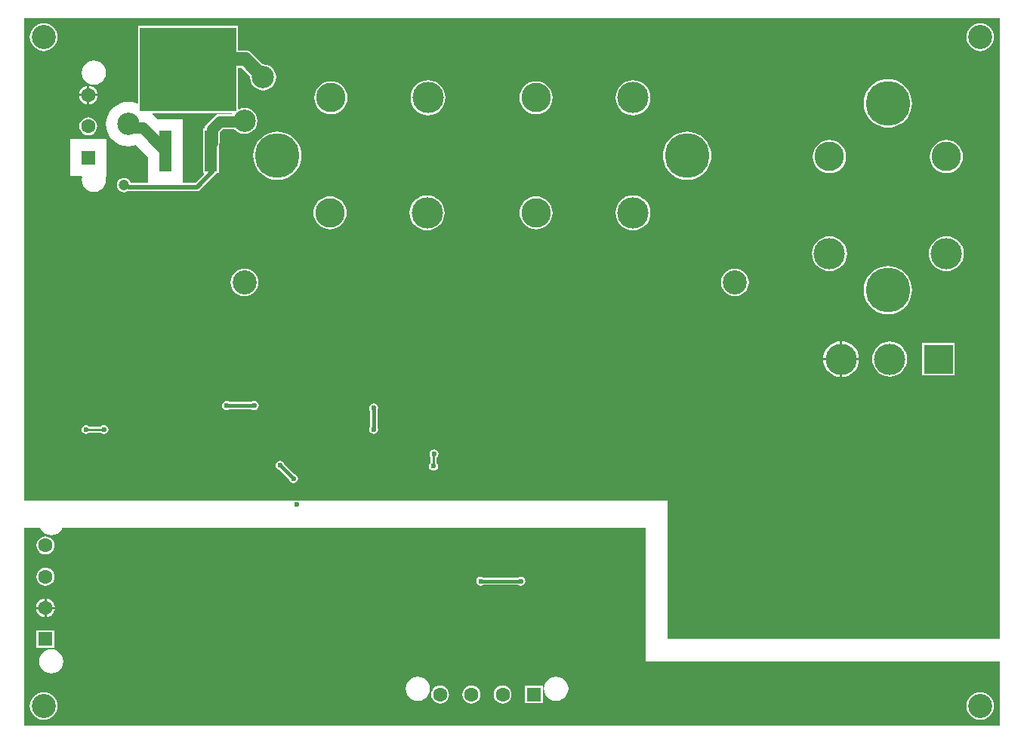
<source format=gbl>
G04*
G04 #@! TF.GenerationSoftware,Altium Limited,Altium Designer,18.0.9 (584)*
G04*
G04 Layer_Physical_Order=2*
G04 Layer_Color=16711680*
%FSLAX25Y25*%
%MOIN*%
G70*
G01*
G75*
%ADD11C,0.01000*%
%ADD39R,0.42520X0.37008*%
%ADD40R,0.05315X0.18110*%
%ADD91C,0.01500*%
%ADD93C,0.02000*%
%ADD94C,0.05000*%
%ADD95C,0.06000*%
%ADD96C,0.10630*%
%ADD97C,0.13780*%
%ADD98R,0.12992X0.12992*%
%ADD99R,0.06299X0.06299*%
%ADD100C,0.06299*%
%ADD101C,0.12992*%
%ADD102C,0.19685*%
%ADD103R,0.06299X0.06299*%
%ADD104C,0.02362*%
%ADD105C,0.09843*%
%ADD106C,0.04724*%
G36*
X431758Y39370D02*
X285191Y39370D01*
X285191Y100438D01*
X1313Y100438D01*
Y313648D01*
X431758D01*
X431758Y39370D01*
D02*
G37*
G36*
X8173Y88583D02*
X8468Y87871D01*
X9320Y86760D01*
X10430Y85909D01*
X11723Y85373D01*
X13110Y85190D01*
X14498Y85373D01*
X15791Y85909D01*
X16901Y86760D01*
X17753Y87871D01*
X18048Y88583D01*
X275590Y88583D01*
X275590Y29528D01*
X431758Y29528D01*
Y1313D01*
X1344D01*
Y39370D01*
X1313Y39528D01*
Y88583D01*
X8173D01*
D02*
G37*
%LPC*%
G36*
X423228Y311250D02*
X422032Y311132D01*
X420882Y310783D01*
X419822Y310217D01*
X418892Y309454D01*
X418130Y308525D01*
X417563Y307465D01*
X417214Y306314D01*
X417097Y305118D01*
X417214Y303922D01*
X417563Y302771D01*
X418130Y301711D01*
X418892Y300782D01*
X419822Y300020D01*
X420882Y299453D01*
X422032Y299104D01*
X423228Y298986D01*
X424425Y299104D01*
X425575Y299453D01*
X426635Y300020D01*
X427564Y300782D01*
X428327Y301711D01*
X428894Y302771D01*
X429242Y303922D01*
X429360Y305118D01*
X429242Y306314D01*
X428894Y307465D01*
X428327Y308525D01*
X427564Y309454D01*
X426635Y310217D01*
X425575Y310783D01*
X424425Y311132D01*
X423228Y311250D01*
D02*
G37*
G36*
X9843D02*
X8646Y311132D01*
X7496Y310783D01*
X6436Y310217D01*
X5507Y309454D01*
X4744Y308525D01*
X4177Y307465D01*
X3828Y306314D01*
X3711Y305118D01*
X3828Y303922D01*
X4177Y302771D01*
X4744Y301711D01*
X5507Y300782D01*
X6436Y300020D01*
X7496Y299453D01*
X8646Y299104D01*
X9843Y298986D01*
X11039Y299104D01*
X12189Y299453D01*
X13249Y300020D01*
X14178Y300782D01*
X14941Y301711D01*
X15508Y302771D01*
X15857Y303922D01*
X15974Y305118D01*
X15857Y306314D01*
X15508Y307465D01*
X14941Y308525D01*
X14178Y309454D01*
X13249Y310217D01*
X12189Y310783D01*
X11039Y311132D01*
X9843Y311250D01*
D02*
G37*
G36*
X32008Y294731D02*
X30620Y294548D01*
X29327Y294013D01*
X28217Y293161D01*
X27365Y292051D01*
X26830Y290757D01*
X26647Y289370D01*
X26830Y287983D01*
X27365Y286690D01*
X28217Y285579D01*
X29327Y284728D01*
X30620Y284192D01*
X32008Y284009D01*
X33395Y284192D01*
X34688Y284728D01*
X35798Y285579D01*
X36650Y286690D01*
X37186Y287983D01*
X37369Y289370D01*
X37186Y290757D01*
X36650Y292051D01*
X35798Y293161D01*
X34688Y294013D01*
X33395Y294548D01*
X32008Y294731D01*
D02*
G37*
G36*
X95669Y310236D02*
X51575D01*
Y276064D01*
X51146Y275807D01*
X51029Y275870D01*
X49174Y276432D01*
X47244Y276622D01*
X45315Y276432D01*
X43459Y275870D01*
X41749Y274956D01*
X40251Y273726D01*
X39021Y272227D01*
X38107Y270517D01*
X37544Y268662D01*
X37354Y266732D01*
X37544Y264803D01*
X38107Y262948D01*
X39021Y261238D01*
X40251Y259739D01*
X41749Y258509D01*
X43459Y257595D01*
X45315Y257032D01*
X47244Y256842D01*
X49174Y257032D01*
X50548Y257449D01*
X56043Y251954D01*
Y240945D01*
X55604Y240799D01*
X48256D01*
X48027Y241352D01*
X47522Y242010D01*
X46864Y242515D01*
X46098Y242832D01*
X45276Y242940D01*
X44453Y242832D01*
X43687Y242515D01*
X43029Y242010D01*
X42524Y241352D01*
X42207Y240586D01*
X42099Y239763D01*
X42207Y238941D01*
X42524Y238175D01*
X43029Y237517D01*
X43687Y237012D01*
X44453Y236695D01*
X45276Y236587D01*
X46098Y236695D01*
X46864Y237012D01*
X47089Y237185D01*
X47244Y237154D01*
X47244Y237154D01*
X77559D01*
X77559Y237154D01*
X78256Y237293D01*
X78848Y237688D01*
X85934Y244774D01*
X86138Y245079D01*
X87067D01*
Y256860D01*
X87376Y257606D01*
X87489Y258465D01*
X87489Y263115D01*
X88873Y264499D01*
X93996Y264499D01*
X94000Y264500D01*
X94354Y264039D01*
X95546Y263124D01*
X96935Y262548D01*
X98425Y262352D01*
X99915Y262548D01*
X101304Y263124D01*
X102497Y264039D01*
X103412Y265231D01*
X103987Y266620D01*
X104183Y268110D01*
X103987Y269601D01*
X103412Y270989D01*
X102497Y272182D01*
X101304Y273097D01*
X99915Y273672D01*
X98425Y273868D01*
X96935Y273672D01*
X96085Y273320D01*
X95669Y273598D01*
Y291541D01*
X97151D01*
X100976Y287716D01*
X100935Y287402D01*
X101131Y285911D01*
X101706Y284523D01*
X102621Y283330D01*
X103814Y282415D01*
X105203Y281840D01*
X106693Y281644D01*
X108183Y281840D01*
X109572Y282415D01*
X110764Y283330D01*
X111679Y284523D01*
X112255Y285911D01*
X112451Y287402D01*
X112255Y288892D01*
X111679Y290281D01*
X110764Y291473D01*
X109572Y292388D01*
X108183Y292963D01*
X106693Y293160D01*
X106379Y293118D01*
X101435Y298062D01*
X100643Y298670D01*
X99722Y299051D01*
X99228Y299116D01*
X98733Y299181D01*
X95669D01*
Y310236D01*
D02*
G37*
G36*
X30028Y283647D02*
Y280028D01*
X33647D01*
X33570Y280611D01*
X33152Y281620D01*
X32487Y282487D01*
X31620Y283152D01*
X30611Y283570D01*
X30028Y283647D01*
D02*
G37*
G36*
X29028Y283647D02*
X28444Y283570D01*
X27435Y283152D01*
X26568Y282487D01*
X25903Y281620D01*
X25485Y280611D01*
X25408Y280028D01*
X29028D01*
Y283647D01*
D02*
G37*
G36*
Y279028D02*
X25408D01*
X25485Y278444D01*
X25903Y277435D01*
X26568Y276568D01*
X27435Y275903D01*
X28444Y275485D01*
X29028Y275408D01*
Y279028D01*
D02*
G37*
G36*
X33647D02*
X30028D01*
Y275408D01*
X30611Y275485D01*
X31620Y275903D01*
X32487Y276568D01*
X33152Y277435D01*
X33570Y278444D01*
X33647Y279028D01*
D02*
G37*
G36*
X227165Y285665D02*
X225738Y285525D01*
X224365Y285108D01*
X223099Y284432D01*
X221990Y283522D01*
X221080Y282413D01*
X220404Y281147D01*
X219987Y279774D01*
X219847Y278346D01*
X219987Y276919D01*
X220404Y275546D01*
X221080Y274280D01*
X221990Y273171D01*
X223099Y272261D01*
X224365Y271585D01*
X225738Y271168D01*
X227165Y271028D01*
X228593Y271168D01*
X229966Y271585D01*
X231231Y272261D01*
X232341Y273171D01*
X233251Y274280D01*
X233927Y275546D01*
X234343Y276919D01*
X234484Y278346D01*
X234343Y279774D01*
X233927Y281147D01*
X233251Y282413D01*
X232341Y283522D01*
X231231Y284432D01*
X229966Y285108D01*
X228593Y285525D01*
X227165Y285665D01*
D02*
G37*
G36*
X136614D02*
X135186Y285525D01*
X133813Y285108D01*
X132548Y284432D01*
X131439Y283522D01*
X130529Y282413D01*
X129853Y281147D01*
X129436Y279774D01*
X129296Y278346D01*
X129436Y276919D01*
X129853Y275546D01*
X130529Y274280D01*
X131439Y273171D01*
X132548Y272261D01*
X133813Y271585D01*
X135186Y271168D01*
X136614Y271028D01*
X138042Y271168D01*
X139415Y271585D01*
X140680Y272261D01*
X141789Y273171D01*
X142700Y274280D01*
X143376Y275546D01*
X143792Y276919D01*
X143933Y278346D01*
X143792Y279774D01*
X143376Y281147D01*
X142700Y282413D01*
X141789Y283522D01*
X140680Y284432D01*
X139415Y285108D01*
X138042Y285525D01*
X136614Y285665D01*
D02*
G37*
G36*
X270000Y286061D02*
X268495Y285912D01*
X267048Y285473D01*
X265714Y284761D01*
X264545Y283801D01*
X263586Y282632D01*
X262873Y281299D01*
X262434Y279852D01*
X262286Y278346D01*
X262434Y276841D01*
X262873Y275394D01*
X263586Y274061D01*
X264545Y272892D01*
X265714Y271932D01*
X267048Y271219D01*
X268495Y270780D01*
X270000Y270632D01*
X271505Y270780D01*
X272952Y271219D01*
X274286Y271932D01*
X275455Y272892D01*
X276414Y274061D01*
X277127Y275394D01*
X277566Y276841D01*
X277714Y278346D01*
X277566Y279852D01*
X277127Y281299D01*
X276414Y282632D01*
X275455Y283801D01*
X274286Y284761D01*
X272952Y285473D01*
X271505Y285912D01*
X270000Y286061D01*
D02*
G37*
G36*
X179449D02*
X177944Y285912D01*
X176497Y285473D01*
X175163Y284761D01*
X173994Y283801D01*
X173035Y282632D01*
X172322Y281299D01*
X171883Y279852D01*
X171734Y278346D01*
X171883Y276841D01*
X172322Y275394D01*
X173035Y274061D01*
X173994Y272892D01*
X175163Y271932D01*
X176497Y271219D01*
X177944Y270780D01*
X179449Y270632D01*
X180954Y270780D01*
X182401Y271219D01*
X183735Y271932D01*
X184904Y272892D01*
X185863Y274061D01*
X186576Y275394D01*
X187015Y276841D01*
X187163Y278346D01*
X187015Y279852D01*
X186576Y281299D01*
X185863Y282632D01*
X184904Y283801D01*
X183735Y284761D01*
X182401Y285473D01*
X180954Y285912D01*
X179449Y286061D01*
D02*
G37*
G36*
X382480Y286529D02*
X380812Y286398D01*
X379185Y286007D01*
X377640Y285367D01*
X376213Y284492D01*
X374941Y283406D01*
X373854Y282134D01*
X372980Y280707D01*
X372339Y279161D01*
X371949Y277534D01*
X371817Y275866D01*
X371949Y274198D01*
X372339Y272571D01*
X372980Y271025D01*
X373854Y269599D01*
X374941Y268326D01*
X376213Y267240D01*
X377640Y266366D01*
X379185Y265725D01*
X380812Y265335D01*
X382480Y265203D01*
X384148Y265335D01*
X385775Y265725D01*
X387321Y266366D01*
X388748Y267240D01*
X390020Y268326D01*
X391107Y269599D01*
X391981Y271025D01*
X392621Y272571D01*
X393012Y274198D01*
X393143Y275866D01*
X393012Y277534D01*
X392621Y279161D01*
X391981Y280707D01*
X391107Y282134D01*
X390020Y283406D01*
X388748Y284492D01*
X387321Y285367D01*
X385775Y286007D01*
X384148Y286398D01*
X382480Y286529D01*
D02*
G37*
G36*
X29528Y269719D02*
X28500Y269584D01*
X27542Y269187D01*
X26720Y268556D01*
X26089Y267734D01*
X25692Y266776D01*
X25557Y265748D01*
X25692Y264720D01*
X26089Y263763D01*
X26720Y262940D01*
X27542Y262309D01*
X28500Y261912D01*
X29528Y261777D01*
X30555Y261912D01*
X31513Y262309D01*
X32335Y262940D01*
X32967Y263763D01*
X33363Y264720D01*
X33498Y265748D01*
X33363Y266776D01*
X32967Y267734D01*
X32335Y268556D01*
X31513Y269187D01*
X30555Y269584D01*
X29528Y269719D01*
D02*
G37*
G36*
X408268Y259681D02*
X406840Y259540D01*
X405467Y259124D01*
X404202Y258448D01*
X403093Y257537D01*
X402182Y256428D01*
X401506Y255163D01*
X401090Y253790D01*
X400949Y252362D01*
X401090Y250934D01*
X401506Y249562D01*
X402182Y248296D01*
X403093Y247187D01*
X404202Y246277D01*
X405467Y245601D01*
X406840Y245184D01*
X408268Y245043D01*
X409695Y245184D01*
X411068Y245601D01*
X412334Y246277D01*
X413443Y247187D01*
X414353Y248296D01*
X415029Y249562D01*
X415446Y250934D01*
X415586Y252362D01*
X415446Y253790D01*
X415029Y255163D01*
X414353Y256428D01*
X413443Y257537D01*
X412334Y258448D01*
X411068Y259124D01*
X409695Y259540D01*
X408268Y259681D01*
D02*
G37*
G36*
X356693D02*
X355265Y259540D01*
X353892Y259124D01*
X352627Y258448D01*
X351518Y257537D01*
X350608Y256428D01*
X349931Y255163D01*
X349515Y253790D01*
X349374Y252362D01*
X349515Y250934D01*
X349931Y249562D01*
X350608Y248296D01*
X351518Y247187D01*
X352627Y246277D01*
X353892Y245601D01*
X355265Y245184D01*
X356693Y245043D01*
X358121Y245184D01*
X359494Y245601D01*
X360759Y246277D01*
X361868Y247187D01*
X362778Y248296D01*
X363455Y249562D01*
X363871Y250934D01*
X364012Y252362D01*
X363871Y253790D01*
X363455Y255163D01*
X362778Y256428D01*
X361868Y257537D01*
X360759Y258448D01*
X359494Y259124D01*
X358121Y259540D01*
X356693Y259681D01*
D02*
G37*
G36*
X293858Y263419D02*
X292190Y263287D01*
X290563Y262897D01*
X289018Y262257D01*
X287591Y261382D01*
X286318Y260296D01*
X285232Y259023D01*
X284358Y257597D01*
X283717Y256051D01*
X283327Y254424D01*
X283195Y252756D01*
X283327Y251088D01*
X283717Y249461D01*
X284358Y247915D01*
X285232Y246488D01*
X286318Y245216D01*
X287591Y244129D01*
X289018Y243255D01*
X290563Y242615D01*
X292190Y242224D01*
X293858Y242093D01*
X295526Y242224D01*
X297153Y242615D01*
X298699Y243255D01*
X300126Y244129D01*
X301398Y245216D01*
X302485Y246488D01*
X303359Y247915D01*
X303999Y249461D01*
X304390Y251088D01*
X304521Y252756D01*
X304390Y254424D01*
X303999Y256051D01*
X303359Y257597D01*
X302485Y259023D01*
X301398Y260296D01*
X300126Y261382D01*
X298699Y262257D01*
X297153Y262897D01*
X295526Y263287D01*
X293858Y263419D01*
D02*
G37*
G36*
X112992D02*
X111324Y263287D01*
X109697Y262897D01*
X108151Y262257D01*
X106725Y261382D01*
X105452Y260296D01*
X104366Y259023D01*
X103491Y257597D01*
X102851Y256051D01*
X102461Y254424D01*
X102329Y252756D01*
X102461Y251088D01*
X102851Y249461D01*
X103491Y247915D01*
X104366Y246488D01*
X105452Y245216D01*
X106725Y244129D01*
X108151Y243255D01*
X109697Y242615D01*
X111324Y242224D01*
X112992Y242093D01*
X114660Y242224D01*
X116287Y242615D01*
X117833Y243255D01*
X119260Y244129D01*
X120532Y245216D01*
X121618Y246488D01*
X122493Y247915D01*
X123133Y249461D01*
X123524Y251088D01*
X123655Y252756D01*
X123524Y254424D01*
X123133Y256051D01*
X122493Y257597D01*
X121618Y259023D01*
X120532Y260296D01*
X119260Y261382D01*
X117833Y262257D01*
X116287Y262897D01*
X114660Y263287D01*
X112992Y263419D01*
D02*
G37*
G36*
X37598Y260039D02*
X21457D01*
Y243898D01*
X26518D01*
X26814Y243398D01*
X26647Y242126D01*
X26830Y240739D01*
X27365Y239446D01*
X28217Y238335D01*
X29327Y237483D01*
X30620Y236948D01*
X32008Y236765D01*
X33395Y236948D01*
X34688Y237483D01*
X35798Y238335D01*
X36650Y239446D01*
X37186Y240739D01*
X37369Y242126D01*
X37201Y243398D01*
X37498Y243898D01*
X37598D01*
Y260039D01*
D02*
G37*
G36*
X227165Y234878D02*
X225738Y234737D01*
X224365Y234321D01*
X223099Y233644D01*
X221990Y232734D01*
X221080Y231625D01*
X220404Y230360D01*
X219987Y228987D01*
X219847Y227559D01*
X219987Y226131D01*
X220404Y224758D01*
X221080Y223493D01*
X221990Y222384D01*
X223099Y221474D01*
X224365Y220797D01*
X225738Y220381D01*
X227165Y220240D01*
X228593Y220381D01*
X229966Y220797D01*
X231231Y221474D01*
X232341Y222384D01*
X233251Y223493D01*
X233927Y224758D01*
X234343Y226131D01*
X234484Y227559D01*
X234343Y228987D01*
X233927Y230360D01*
X233251Y231625D01*
X232341Y232734D01*
X231231Y233644D01*
X229966Y234321D01*
X228593Y234737D01*
X227165Y234878D01*
D02*
G37*
G36*
X136221D02*
X134793Y234737D01*
X133420Y234321D01*
X132154Y233644D01*
X131045Y232734D01*
X130135Y231625D01*
X129459Y230360D01*
X129042Y228987D01*
X128902Y227559D01*
X129042Y226131D01*
X129459Y224758D01*
X130135Y223493D01*
X131045Y222384D01*
X132154Y221474D01*
X133420Y220797D01*
X134793Y220381D01*
X136221Y220240D01*
X137648Y220381D01*
X139021Y220797D01*
X140287Y221474D01*
X141396Y222384D01*
X142306Y223493D01*
X142982Y224758D01*
X143398Y226131D01*
X143539Y227559D01*
X143398Y228987D01*
X142982Y230360D01*
X142306Y231625D01*
X141396Y232734D01*
X140287Y233644D01*
X139021Y234321D01*
X137648Y234737D01*
X136221Y234878D01*
D02*
G37*
G36*
X270000Y235273D02*
X268495Y235125D01*
X267048Y234686D01*
X265714Y233973D01*
X264545Y233014D01*
X263586Y231845D01*
X262873Y230511D01*
X262434Y229064D01*
X262286Y227559D01*
X262434Y226054D01*
X262873Y224607D01*
X263586Y223273D01*
X264545Y222104D01*
X265714Y221145D01*
X267048Y220432D01*
X268495Y219993D01*
X270000Y219845D01*
X271505Y219993D01*
X272952Y220432D01*
X274286Y221145D01*
X275455Y222104D01*
X276414Y223273D01*
X277127Y224607D01*
X277566Y226054D01*
X277714Y227559D01*
X277566Y229064D01*
X277127Y230511D01*
X276414Y231845D01*
X275455Y233014D01*
X274286Y233973D01*
X272952Y234686D01*
X271505Y235125D01*
X270000Y235273D01*
D02*
G37*
G36*
X179055D02*
X177550Y235125D01*
X176103Y234686D01*
X174769Y233973D01*
X173600Y233014D01*
X172641Y231845D01*
X171928Y230511D01*
X171489Y229064D01*
X171341Y227559D01*
X171489Y226054D01*
X171928Y224607D01*
X172641Y223273D01*
X173600Y222104D01*
X174769Y221145D01*
X176103Y220432D01*
X177550Y219993D01*
X179055Y219845D01*
X180560Y219993D01*
X182007Y220432D01*
X183341Y221145D01*
X184510Y222104D01*
X185469Y223273D01*
X186182Y224607D01*
X186621Y226054D01*
X186769Y227559D01*
X186621Y229064D01*
X186182Y230511D01*
X185469Y231845D01*
X184510Y233014D01*
X183341Y233973D01*
X182007Y234686D01*
X180560Y235125D01*
X179055Y235273D01*
D02*
G37*
G36*
X408268Y217242D02*
X406763Y217094D01*
X405316Y216655D01*
X403982Y215942D01*
X402813Y214982D01*
X401854Y213813D01*
X401141Y212480D01*
X400702Y211033D01*
X400553Y209528D01*
X400702Y208023D01*
X401141Y206575D01*
X401854Y205242D01*
X402813Y204073D01*
X403982Y203113D01*
X405316Y202400D01*
X406763Y201961D01*
X408268Y201813D01*
X409773Y201961D01*
X411220Y202400D01*
X412554Y203113D01*
X413723Y204073D01*
X414682Y205242D01*
X415395Y206575D01*
X415834Y208023D01*
X415982Y209528D01*
X415834Y211033D01*
X415395Y212480D01*
X414682Y213813D01*
X413723Y214982D01*
X412554Y215942D01*
X411220Y216655D01*
X409773Y217094D01*
X408268Y217242D01*
D02*
G37*
G36*
X356693D02*
X355188Y217094D01*
X353741Y216655D01*
X352407Y215942D01*
X351238Y214982D01*
X350279Y213813D01*
X349566Y212480D01*
X349127Y211033D01*
X348979Y209528D01*
X349127Y208023D01*
X349566Y206575D01*
X350279Y205242D01*
X351238Y204073D01*
X352407Y203113D01*
X353741Y202400D01*
X355188Y201961D01*
X356693Y201813D01*
X358198Y201961D01*
X359645Y202400D01*
X360979Y203113D01*
X362148Y204073D01*
X363107Y205242D01*
X363820Y206575D01*
X364259Y208023D01*
X364407Y209528D01*
X364259Y211033D01*
X363820Y212480D01*
X363107Y213813D01*
X362148Y214982D01*
X360979Y215942D01*
X359645Y216655D01*
X358198Y217094D01*
X356693Y217242D01*
D02*
G37*
G36*
X314961Y202982D02*
X313764Y202865D01*
X312614Y202516D01*
X311554Y201949D01*
X310625Y201186D01*
X309862Y200257D01*
X309296Y199197D01*
X308947Y198047D01*
X308829Y196850D01*
X308947Y195654D01*
X309296Y194504D01*
X309862Y193444D01*
X310625Y192515D01*
X311554Y191752D01*
X312614Y191185D01*
X313764Y190836D01*
X314961Y190718D01*
X316157Y190836D01*
X317307Y191185D01*
X318367Y191752D01*
X319297Y192515D01*
X320059Y193444D01*
X320626Y194504D01*
X320975Y195654D01*
X321093Y196850D01*
X320975Y198047D01*
X320626Y199197D01*
X320059Y200257D01*
X319297Y201186D01*
X318367Y201949D01*
X317307Y202516D01*
X316157Y202865D01*
X314961Y202982D01*
D02*
G37*
G36*
X98425D02*
X97229Y202865D01*
X96079Y202516D01*
X95019Y201949D01*
X94089Y201186D01*
X93327Y200257D01*
X92760Y199197D01*
X92411Y198047D01*
X92293Y196850D01*
X92411Y195654D01*
X92760Y194504D01*
X93327Y193444D01*
X94089Y192515D01*
X95019Y191752D01*
X96079Y191185D01*
X97229Y190836D01*
X98425Y190718D01*
X99621Y190836D01*
X100772Y191185D01*
X101832Y191752D01*
X102761Y192515D01*
X103524Y193444D01*
X104090Y194504D01*
X104439Y195654D01*
X104557Y196850D01*
X104439Y198047D01*
X104090Y199197D01*
X103524Y200257D01*
X102761Y201186D01*
X101832Y201949D01*
X100772Y202516D01*
X99621Y202865D01*
X98425Y202982D01*
D02*
G37*
G36*
X382480Y204088D02*
X380812Y203957D01*
X379185Y203566D01*
X377640Y202926D01*
X376213Y202052D01*
X374941Y200965D01*
X373854Y199693D01*
X372980Y198266D01*
X372339Y196720D01*
X371949Y195093D01*
X371817Y193425D01*
X371949Y191757D01*
X372339Y190130D01*
X372980Y188584D01*
X373854Y187158D01*
X374941Y185886D01*
X376213Y184799D01*
X377640Y183925D01*
X379185Y183284D01*
X380812Y182894D01*
X382480Y182762D01*
X384148Y182894D01*
X385775Y183284D01*
X387321Y183925D01*
X388748Y184799D01*
X390020Y185886D01*
X391107Y187158D01*
X391981Y188584D01*
X392621Y190130D01*
X393012Y191757D01*
X393143Y193425D01*
X393012Y195093D01*
X392621Y196720D01*
X391981Y198266D01*
X391107Y199693D01*
X390020Y200965D01*
X388748Y202052D01*
X387321Y202926D01*
X385775Y203566D01*
X384148Y203957D01*
X382480Y204088D01*
D02*
G37*
G36*
X362311Y170871D02*
Y163492D01*
X369690D01*
X369587Y164539D01*
X369135Y166026D01*
X368403Y167397D01*
X367417Y168598D01*
X366215Y169584D01*
X364845Y170317D01*
X363358Y170768D01*
X362311Y170871D01*
D02*
G37*
G36*
X361311Y170871D02*
X360264Y170768D01*
X358777Y170317D01*
X357406Y169584D01*
X356205Y168598D01*
X355219Y167397D01*
X354487Y166026D01*
X354035Y164539D01*
X353932Y163492D01*
X361311D01*
Y170871D01*
D02*
G37*
G36*
X412008Y170276D02*
X397441D01*
Y155709D01*
X412008D01*
Y170276D01*
D02*
G37*
G36*
X383268Y170706D02*
X381763Y170558D01*
X380316Y170119D01*
X378982Y169406D01*
X377813Y168447D01*
X376853Y167278D01*
X376141Y165944D01*
X375702Y164497D01*
X375553Y162992D01*
X375702Y161487D01*
X376141Y160040D01*
X376853Y158706D01*
X377813Y157537D01*
X378982Y156578D01*
X380316Y155865D01*
X381763Y155426D01*
X383268Y155278D01*
X384773Y155426D01*
X386220Y155865D01*
X387554Y156578D01*
X388723Y157537D01*
X389682Y158706D01*
X390395Y160040D01*
X390834Y161487D01*
X390982Y162992D01*
X390834Y164497D01*
X390395Y165944D01*
X389682Y167278D01*
X388723Y168447D01*
X387554Y169406D01*
X386220Y170119D01*
X384773Y170558D01*
X383268Y170706D01*
D02*
G37*
G36*
X369690Y162492D02*
X362311D01*
Y155113D01*
X363358Y155217D01*
X364845Y155668D01*
X366215Y156400D01*
X367417Y157386D01*
X368403Y158588D01*
X369135Y159958D01*
X369587Y161445D01*
X369690Y162492D01*
D02*
G37*
G36*
X361311D02*
X353932D01*
X354035Y161445D01*
X354487Y159958D01*
X355219Y158588D01*
X356205Y157386D01*
X357406Y156400D01*
X358777Y155668D01*
X360264Y155217D01*
X361311Y155113D01*
Y162492D01*
D02*
G37*
G36*
X102756Y144527D02*
X101988Y144374D01*
X101559Y144087D01*
X91748D01*
X91319Y144374D01*
X90551Y144527D01*
X89783Y144374D01*
X89132Y143939D01*
X88697Y143288D01*
X88544Y142520D01*
X88697Y141752D01*
X89132Y141101D01*
X89783Y140665D01*
X90551Y140513D01*
X91319Y140665D01*
X91748Y140952D01*
X101559D01*
X101988Y140665D01*
X102756Y140513D01*
X103524Y140665D01*
X104175Y141101D01*
X104610Y141752D01*
X104763Y142520D01*
X104610Y143288D01*
X104175Y143939D01*
X103524Y144374D01*
X102756Y144527D01*
D02*
G37*
G36*
X36417Y133897D02*
X35649Y133744D01*
X34998Y133309D01*
X34927Y133202D01*
X30034D01*
X29963Y133309D01*
X29311Y133744D01*
X28543Y133897D01*
X27775Y133744D01*
X27124Y133309D01*
X26689Y132658D01*
X26536Y131890D01*
X26689Y131122D01*
X27124Y130471D01*
X27775Y130035D01*
X28543Y129883D01*
X29311Y130035D01*
X29963Y130471D01*
X30034Y130577D01*
X34927D01*
X34998Y130471D01*
X35649Y130035D01*
X36417Y129883D01*
X37185Y130035D01*
X37837Y130471D01*
X38272Y131122D01*
X38424Y131890D01*
X38272Y132658D01*
X37837Y133309D01*
X37185Y133744D01*
X36417Y133897D01*
D02*
G37*
G36*
X155512Y143346D02*
X154744Y143193D01*
X154093Y142758D01*
X153657Y142107D01*
X153505Y141339D01*
X153657Y140570D01*
X153944Y140141D01*
Y133087D01*
X153657Y132658D01*
X153505Y131890D01*
X153657Y131122D01*
X154093Y130471D01*
X154744Y130035D01*
X155512Y129883D01*
X156280Y130035D01*
X156931Y130471D01*
X157366Y131122D01*
X157519Y131890D01*
X157366Y132658D01*
X157079Y133087D01*
Y140141D01*
X157366Y140570D01*
X157519Y141339D01*
X157366Y142107D01*
X156931Y142758D01*
X156280Y143193D01*
X155512Y143346D01*
D02*
G37*
G36*
X182087Y123070D02*
X181319Y122917D01*
X180667Y122482D01*
X180232Y121831D01*
X180079Y121063D01*
X180232Y120295D01*
X180577Y119779D01*
Y117238D01*
X180470Y117167D01*
X180035Y116516D01*
X179882Y115748D01*
X180035Y114980D01*
X180470Y114329D01*
X181121Y113894D01*
X181889Y113741D01*
X182658Y113894D01*
X183309Y114329D01*
X183744Y114980D01*
X183897Y115748D01*
X183744Y116516D01*
X183309Y117167D01*
X183202Y117238D01*
Y119441D01*
X183506Y119644D01*
X183941Y120295D01*
X184094Y121063D01*
X183941Y121831D01*
X183506Y122482D01*
X182855Y122917D01*
X182087Y123070D01*
D02*
G37*
G36*
X114173Y118149D02*
X113405Y117996D01*
X112754Y117561D01*
X112319Y116910D01*
X112166Y116142D01*
X112319Y115374D01*
X112754Y114723D01*
X113405Y114287D01*
X113911Y114187D01*
X118124Y109974D01*
X118225Y109468D01*
X118659Y108817D01*
X119311Y108382D01*
X120079Y108229D01*
X120847Y108382D01*
X121498Y108817D01*
X121933Y109468D01*
X122086Y110236D01*
X121933Y111004D01*
X121498Y111655D01*
X120847Y112091D01*
X120341Y112191D01*
X116128Y116403D01*
X116027Y116910D01*
X115592Y117561D01*
X114941Y117996D01*
X114173Y118149D01*
D02*
G37*
%LPD*%
G36*
X93098Y271153D02*
X93084Y271131D01*
X87500Y271131D01*
X86642Y271018D01*
X85842Y270687D01*
X85155Y270160D01*
X81829Y266833D01*
X81302Y266146D01*
X80971Y265346D01*
X80894Y264764D01*
X80177D01*
Y245079D01*
X80431D01*
X80622Y244617D01*
X76804Y240799D01*
X71640D01*
X71201Y240945D01*
Y268898D01*
X60192D01*
X58797Y270293D01*
X57748Y271153D01*
X57829Y271654D01*
X92820D01*
X93098Y271153D01*
D02*
G37*
%LPC*%
G36*
X10630Y84680D02*
X9602Y84544D01*
X8644Y84148D01*
X7822Y83517D01*
X7191Y82694D01*
X6794Y81736D01*
X6659Y80709D01*
X6794Y79681D01*
X7191Y78723D01*
X7822Y77901D01*
X8644Y77270D01*
X9602Y76873D01*
X10630Y76738D01*
X11658Y76873D01*
X12615Y77270D01*
X13438Y77901D01*
X14069Y78723D01*
X14466Y79681D01*
X14601Y80709D01*
X14466Y81736D01*
X14069Y82694D01*
X13438Y83517D01*
X12615Y84148D01*
X11658Y84544D01*
X10630Y84680D01*
D02*
G37*
G36*
X220453Y66987D02*
X219685Y66835D01*
X219255Y66548D01*
X203934D01*
X203504Y66835D01*
X202736Y66987D01*
X201968Y66835D01*
X201317Y66400D01*
X200882Y65748D01*
X200729Y64980D01*
X200882Y64212D01*
X201317Y63561D01*
X201968Y63126D01*
X202736Y62973D01*
X203504Y63126D01*
X203934Y63413D01*
X219255D01*
X219685Y63126D01*
X220453Y62973D01*
X221221Y63126D01*
X221872Y63561D01*
X222307Y64212D01*
X222460Y64980D01*
X222307Y65748D01*
X221872Y66400D01*
X221221Y66835D01*
X220453Y66987D01*
D02*
G37*
G36*
X10630Y70900D02*
X9602Y70765D01*
X8644Y70368D01*
X7822Y69737D01*
X7191Y68915D01*
X6794Y67957D01*
X6659Y66929D01*
X6794Y65901D01*
X7191Y64944D01*
X7822Y64121D01*
X8644Y63490D01*
X9602Y63094D01*
X10630Y62958D01*
X11658Y63094D01*
X12615Y63490D01*
X13438Y64121D01*
X14069Y64944D01*
X14466Y65901D01*
X14601Y66929D01*
X14466Y67957D01*
X14069Y68915D01*
X13438Y69737D01*
X12615Y70368D01*
X11658Y70765D01*
X10630Y70900D01*
D02*
G37*
G36*
X11130Y57269D02*
Y53650D01*
X14750D01*
X14673Y54233D01*
X14255Y55242D01*
X13589Y56109D01*
X12723Y56774D01*
X11713Y57192D01*
X11130Y57269D01*
D02*
G37*
G36*
X10130D02*
X9547Y57192D01*
X8537Y56774D01*
X7670Y56109D01*
X7005Y55242D01*
X6587Y54233D01*
X6510Y53650D01*
X10130D01*
Y57269D01*
D02*
G37*
G36*
X14750Y52650D02*
X11130D01*
Y49030D01*
X11713Y49107D01*
X12723Y49525D01*
X13589Y50190D01*
X14255Y51057D01*
X14673Y52066D01*
X14750Y52650D01*
D02*
G37*
G36*
X10130D02*
X6510D01*
X6587Y52066D01*
X7005Y51057D01*
X7670Y50190D01*
X8537Y49525D01*
X9547Y49107D01*
X10130Y49030D01*
Y52650D01*
D02*
G37*
G36*
X14567Y43307D02*
X6693D01*
Y35433D01*
X14567D01*
Y43307D01*
D02*
G37*
G36*
X13110Y34888D02*
X11723Y34706D01*
X10430Y34170D01*
X9320Y33318D01*
X8468Y32208D01*
X7932Y30915D01*
X7749Y29528D01*
X7932Y28140D01*
X8468Y26847D01*
X9320Y25737D01*
X10430Y24885D01*
X11723Y24349D01*
X13110Y24167D01*
X14498Y24349D01*
X15791Y24885D01*
X16901Y25737D01*
X17753Y26847D01*
X18288Y28140D01*
X18471Y29528D01*
X18288Y30915D01*
X17753Y32208D01*
X16901Y33318D01*
X15791Y34170D01*
X14498Y34706D01*
X13110Y34888D01*
D02*
G37*
G36*
X236024Y22802D02*
X234636Y22619D01*
X233343Y22084D01*
X232233Y21232D01*
X231381Y20121D01*
X230845Y18828D01*
X230663Y17441D01*
X230845Y16053D01*
X231381Y14761D01*
X232233Y13650D01*
X233343Y12798D01*
X234636Y12263D01*
X236024Y12080D01*
X237411Y12263D01*
X238704Y12798D01*
X239814Y13650D01*
X240666Y14761D01*
X241202Y16053D01*
X241385Y17441D01*
X241202Y18828D01*
X240666Y20121D01*
X239814Y21232D01*
X238704Y22084D01*
X237411Y22619D01*
X236024Y22802D01*
D02*
G37*
G36*
X175000D02*
X173612Y22619D01*
X172320Y22084D01*
X171209Y21232D01*
X170357Y20121D01*
X169822Y18828D01*
X169639Y17441D01*
X169822Y16053D01*
X170357Y14761D01*
X171209Y13650D01*
X172320Y12798D01*
X173612Y12263D01*
X175000Y12080D01*
X176388Y12263D01*
X177680Y12798D01*
X178791Y13650D01*
X179643Y14761D01*
X180178Y16053D01*
X180361Y17441D01*
X180178Y18828D01*
X179643Y20121D01*
X178791Y21232D01*
X177680Y22084D01*
X176388Y22619D01*
X175000Y22802D01*
D02*
G37*
G36*
X230118Y18898D02*
X222244D01*
Y11024D01*
X230118D01*
Y18898D01*
D02*
G37*
G36*
X212402Y18932D02*
X211374Y18796D01*
X210416Y18400D01*
X209594Y17768D01*
X208963Y16946D01*
X208566Y15988D01*
X208431Y14961D01*
X208566Y13933D01*
X208963Y12975D01*
X209594Y12153D01*
X210416Y11522D01*
X211374Y11125D01*
X212402Y10990D01*
X213429Y11125D01*
X214387Y11522D01*
X215210Y12153D01*
X215841Y12975D01*
X216237Y13933D01*
X216373Y14961D01*
X216237Y15988D01*
X215841Y16946D01*
X215210Y17768D01*
X214387Y18400D01*
X213429Y18796D01*
X212402Y18932D01*
D02*
G37*
G36*
X198622D02*
X197594Y18796D01*
X196637Y18400D01*
X195814Y17768D01*
X195183Y16946D01*
X194786Y15988D01*
X194651Y14961D01*
X194786Y13933D01*
X195183Y12975D01*
X195814Y12153D01*
X196637Y11522D01*
X197594Y11125D01*
X198622Y10990D01*
X199650Y11125D01*
X200607Y11522D01*
X201430Y12153D01*
X202061Y12975D01*
X202458Y13933D01*
X202593Y14961D01*
X202458Y15988D01*
X202061Y16946D01*
X201430Y17768D01*
X200607Y18400D01*
X199650Y18796D01*
X198622Y18932D01*
D02*
G37*
G36*
X184843D02*
X183815Y18796D01*
X182857Y18400D01*
X182035Y17768D01*
X181404Y16946D01*
X181007Y15988D01*
X180872Y14961D01*
X181007Y13933D01*
X181404Y12975D01*
X182035Y12153D01*
X182857Y11522D01*
X183815Y11125D01*
X184843Y10990D01*
X185870Y11125D01*
X186828Y11522D01*
X187650Y12153D01*
X188282Y12975D01*
X188678Y13933D01*
X188813Y14961D01*
X188678Y15988D01*
X188282Y16946D01*
X187650Y17768D01*
X186828Y18400D01*
X185870Y18796D01*
X184843Y18932D01*
D02*
G37*
G36*
X423228Y15974D02*
X422032Y15857D01*
X420882Y15508D01*
X419822Y14941D01*
X418892Y14178D01*
X418130Y13249D01*
X417563Y12189D01*
X417214Y11039D01*
X417097Y9843D01*
X417214Y8646D01*
X417563Y7496D01*
X418130Y6436D01*
X418892Y5507D01*
X419822Y4744D01*
X420882Y4177D01*
X422032Y3828D01*
X423228Y3711D01*
X424425Y3828D01*
X425575Y4177D01*
X426635Y4744D01*
X427564Y5507D01*
X428327Y6436D01*
X428894Y7496D01*
X429242Y8646D01*
X429360Y9843D01*
X429242Y11039D01*
X428894Y12189D01*
X428327Y13249D01*
X427564Y14178D01*
X426635Y14941D01*
X425575Y15508D01*
X424425Y15857D01*
X423228Y15974D01*
D02*
G37*
G36*
X9843D02*
X8646Y15857D01*
X7496Y15508D01*
X6436Y14941D01*
X5507Y14178D01*
X4744Y13249D01*
X4177Y12189D01*
X3828Y11039D01*
X3711Y9843D01*
X3828Y8646D01*
X4177Y7496D01*
X4744Y6436D01*
X5507Y5507D01*
X6436Y4744D01*
X7496Y4177D01*
X8646Y3828D01*
X9843Y3711D01*
X11039Y3828D01*
X12189Y4177D01*
X13249Y4744D01*
X14178Y5507D01*
X14941Y6436D01*
X15508Y7496D01*
X15857Y8646D01*
X15974Y9843D01*
X15857Y11039D01*
X15508Y12189D01*
X14941Y13249D01*
X14178Y14178D01*
X13249Y14941D01*
X12189Y15508D01*
X11039Y15857D01*
X9843Y15974D01*
D02*
G37*
%LPD*%
D11*
X28543Y131890D02*
X36417D01*
X181889Y115748D02*
Y120866D01*
X182087Y121063D01*
D39*
X73622Y290945D02*
D03*
D40*
X63622Y254921D02*
D03*
X83622D02*
D03*
D91*
X114173Y116142D02*
X120079Y110236D01*
X220453Y64980D02*
X220472Y64961D01*
X202736Y64980D02*
X220453D01*
X155512Y131890D02*
Y141339D01*
X90551Y142520D02*
X102756D01*
D93*
X84646Y246063D02*
Y258465D01*
X45669Y240551D02*
X47244Y238976D01*
X77559D02*
X84646Y246063D01*
X47244Y238976D02*
X77559D01*
X45669Y239764D02*
Y240551D01*
X45276Y239763D02*
X45669D01*
X45669Y239764D01*
D94*
X47244Y266732D02*
X47576D01*
X49288Y265020D01*
X53524D01*
X63622Y254921D01*
X98425Y268110D02*
Y268701D01*
X87500Y267815D02*
X93996Y267815D01*
X84173Y264488D02*
X87500Y267815D01*
X84173Y264488D02*
X84173Y259338D01*
Y258465D02*
Y259338D01*
D95*
X75046Y295361D02*
X98733D01*
X74173Y294488D02*
X75046Y295361D01*
X98733D02*
X106693Y287402D01*
D96*
X98425Y196850D02*
D03*
X314961D02*
D03*
X423228Y305118D02*
D03*
Y9843D02*
D03*
X9843D02*
D03*
Y305118D02*
D03*
D97*
X383268Y162992D02*
D03*
X361811D02*
D03*
X179055Y227559D02*
D03*
X179449Y278346D02*
D03*
X270000D02*
D03*
X356693Y209528D02*
D03*
X408268D02*
D03*
X270000Y227559D02*
D03*
D98*
X404724Y162992D02*
D03*
D99*
X10630Y39370D02*
D03*
X29528Y251969D02*
D03*
D100*
X10630Y53150D02*
D03*
Y66929D02*
D03*
Y80709D02*
D03*
X29528Y279528D02*
D03*
Y265748D02*
D03*
X184843Y14961D02*
D03*
X198622D02*
D03*
X212402D02*
D03*
D101*
X136221Y227559D02*
D03*
X136614Y278346D02*
D03*
X227165D02*
D03*
X356693Y252362D02*
D03*
X408268D02*
D03*
X227165Y227559D02*
D03*
D102*
X112992Y252756D02*
D03*
X293858D02*
D03*
X382480Y193425D02*
D03*
Y275866D02*
D03*
D103*
X226181Y14961D02*
D03*
D104*
X424409Y138976D02*
D03*
X220768Y201673D02*
D03*
X197441Y201378D02*
D03*
X125984Y181496D02*
D03*
X132677Y188976D02*
D03*
X125984Y196063D02*
D03*
X78347Y190157D02*
D03*
X65354Y184252D02*
D03*
X195276Y127165D02*
D03*
X213976Y128543D02*
D03*
Y117913D02*
D03*
X112795Y103740D02*
D03*
X249508Y150197D02*
D03*
X258071Y160413D02*
D03*
X318012Y122047D02*
D03*
X416590Y146992D02*
D03*
X232480Y188976D02*
D03*
X155709Y168504D02*
D03*
X135945Y175709D02*
D03*
X65551Y196260D02*
D03*
X87795Y181496D02*
D03*
X62598Y115256D02*
D03*
X161319Y124311D02*
D03*
X274410Y134646D02*
D03*
X270020Y140413D02*
D03*
X252953Y118110D02*
D03*
X114173Y116142D02*
D03*
X120079Y110236D02*
D03*
X121575Y98898D02*
D03*
X120079Y68898D02*
D03*
X220453Y64980D02*
D03*
X202736D02*
D03*
X143701Y75787D02*
D03*
X243307Y65748D02*
D03*
X194685Y54921D02*
D03*
X219291Y73032D02*
D03*
X190945Y72835D02*
D03*
X28543Y131890D02*
D03*
X36417D02*
D03*
X45669Y12205D02*
D03*
X108661Y159843D02*
D03*
X100591Y148622D02*
D03*
X181889Y115748D02*
D03*
X155512Y141339D02*
D03*
Y131890D02*
D03*
X182087Y121063D02*
D03*
X102756Y142520D02*
D03*
X90551D02*
D03*
X161024Y158661D02*
D03*
X120079Y188583D02*
D03*
D105*
X98425Y268110D02*
D03*
X47244Y266732D02*
D03*
X106693Y287402D02*
D03*
D106*
X45276Y239763D02*
D03*
M02*

</source>
